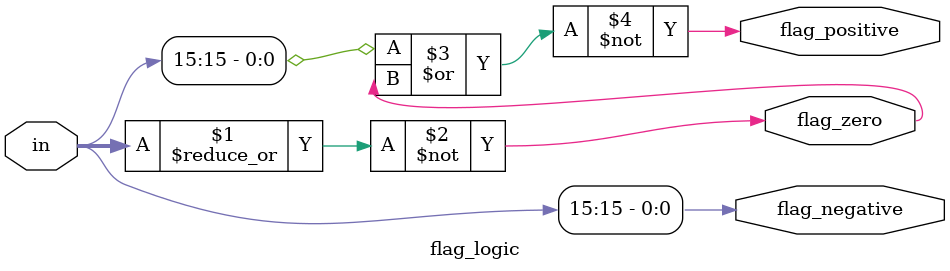
<source format=v>
`timescale 1ns / 1ps

module flag_logic(
    input [15:0] in,
    output flag_negative, flag_zero, flag_positive
    );
    
    assign flag_negative = in[15];
    assign flag_zero = ~(|in);
    assign flag_positive = ~(flag_negative | flag_zero);
endmodule

</source>
